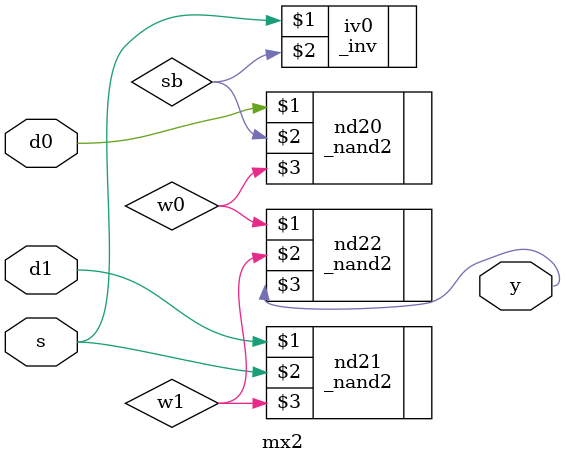
<source format=v>
`timescale 1ns/100ps //unit:1ns precision:100ps
module mx2(d0,d1,s,y); //2 to 1 mux
	input d0,d1,s;
	output y;
	wire sb,w0,w1; //Temporarily store values
	
_inv iv0(s,sb);
_nand2 nd20(d0,sb,w0);
_nand2 nd21(d1,s,w1);
_nand2 nd22(w0,w1,y);
/* mux logic */

endmodule 
</source>
